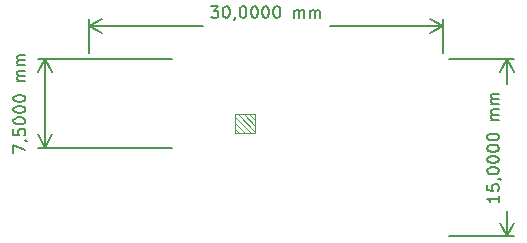
<source format=gbr>
G04 #@! TF.GenerationSoftware,KiCad,Pcbnew,5.99.0-unknown-c5e195bdff~131~ubuntu18.04.1*
G04 #@! TF.CreationDate,2021-08-10T19:15:15+02:00*
G04 #@! TF.ProjectId,TFASPDIMU02A,54464153-5044-4494-9d55-3032412e6b69,rev?*
G04 #@! TF.SameCoordinates,Original*
G04 #@! TF.FileFunction,OtherDrawing,Comment*
%FSLAX46Y46*%
G04 Gerber Fmt 4.6, Leading zero omitted, Abs format (unit mm)*
G04 Created by KiCad (PCBNEW 5.99.0-unknown-c5e195bdff~131~ubuntu18.04.1) date 2021-08-10 19:15:15*
%MOMM*%
%LPD*%
G01*
G04 APERTURE LIST*
%ADD10C,0.150000*%
%ADD11C,0.050000*%
G04 APERTURE END LIST*
D10*
X-6397619Y7059523D02*
X-6397619Y7726190D01*
X-5397619Y7297619D01*
X-5445238Y8154761D02*
X-5397619Y8154761D01*
X-5302380Y8107142D01*
X-5254761Y8059523D01*
X-6397619Y9059523D02*
X-6397619Y8583333D01*
X-5921428Y8535714D01*
X-5969047Y8583333D01*
X-6016666Y8678571D01*
X-6016666Y8916666D01*
X-5969047Y9011904D01*
X-5921428Y9059523D01*
X-5826190Y9107142D01*
X-5588095Y9107142D01*
X-5492857Y9059523D01*
X-5445238Y9011904D01*
X-5397619Y8916666D01*
X-5397619Y8678571D01*
X-5445238Y8583333D01*
X-5492857Y8535714D01*
X-6397619Y9726190D02*
X-6397619Y9821428D01*
X-6350000Y9916666D01*
X-6302380Y9964285D01*
X-6207142Y10011904D01*
X-6016666Y10059523D01*
X-5778571Y10059523D01*
X-5588095Y10011904D01*
X-5492857Y9964285D01*
X-5445238Y9916666D01*
X-5397619Y9821428D01*
X-5397619Y9726190D01*
X-5445238Y9630952D01*
X-5492857Y9583333D01*
X-5588095Y9535714D01*
X-5778571Y9488095D01*
X-6016666Y9488095D01*
X-6207142Y9535714D01*
X-6302380Y9583333D01*
X-6350000Y9630952D01*
X-6397619Y9726190D01*
X-6397619Y10678571D02*
X-6397619Y10773809D01*
X-6350000Y10869047D01*
X-6302380Y10916666D01*
X-6207142Y10964285D01*
X-6016666Y11011904D01*
X-5778571Y11011904D01*
X-5588095Y10964285D01*
X-5492857Y10916666D01*
X-5445238Y10869047D01*
X-5397619Y10773809D01*
X-5397619Y10678571D01*
X-5445238Y10583333D01*
X-5492857Y10535714D01*
X-5588095Y10488095D01*
X-5778571Y10440476D01*
X-6016666Y10440476D01*
X-6207142Y10488095D01*
X-6302380Y10535714D01*
X-6350000Y10583333D01*
X-6397619Y10678571D01*
X-6397619Y11630952D02*
X-6397619Y11726190D01*
X-6350000Y11821428D01*
X-6302380Y11869047D01*
X-6207142Y11916666D01*
X-6016666Y11964285D01*
X-5778571Y11964285D01*
X-5588095Y11916666D01*
X-5492857Y11869047D01*
X-5445238Y11821428D01*
X-5397619Y11726190D01*
X-5397619Y11630952D01*
X-5445238Y11535714D01*
X-5492857Y11488095D01*
X-5588095Y11440476D01*
X-5778571Y11392857D01*
X-6016666Y11392857D01*
X-6207142Y11440476D01*
X-6302380Y11488095D01*
X-6350000Y11535714D01*
X-6397619Y11630952D01*
X-5397619Y13154761D02*
X-6064285Y13154761D01*
X-5969047Y13154761D02*
X-6016666Y13202380D01*
X-6064285Y13297619D01*
X-6064285Y13440476D01*
X-6016666Y13535714D01*
X-5921428Y13583333D01*
X-5397619Y13583333D01*
X-5921428Y13583333D02*
X-6016666Y13630952D01*
X-6064285Y13726190D01*
X-6064285Y13869047D01*
X-6016666Y13964285D01*
X-5921428Y14011904D01*
X-5397619Y14011904D01*
X-5397619Y14488095D02*
X-6064285Y14488095D01*
X-5969047Y14488095D02*
X-6016666Y14535714D01*
X-6064285Y14630952D01*
X-6064285Y14773809D01*
X-6016666Y14869047D01*
X-5921428Y14916666D01*
X-5397619Y14916666D01*
X-5921428Y14916666D02*
X-6016666Y14964285D01*
X-6064285Y15059523D01*
X-6064285Y15202380D01*
X-6016666Y15297619D01*
X-5921428Y15345238D01*
X-5397619Y15345238D01*
X7050000Y7500000D02*
X-4286420Y7500000D01*
X7050000Y15000000D02*
X-4286420Y15000000D01*
X-3700000Y7500000D02*
X-3700000Y15000000D01*
X-3700000Y7500000D02*
X-3700000Y15000000D01*
X-3700000Y7500000D02*
X-3113579Y8626504D01*
X-3700000Y7500000D02*
X-4286421Y8626504D01*
X-3700000Y15000000D02*
X-4286421Y13873496D01*
X-3700000Y15000000D02*
X-3113579Y13873496D01*
X10333333Y19497619D02*
X10952380Y19497619D01*
X10619047Y19116666D01*
X10761904Y19116666D01*
X10857142Y19069047D01*
X10904761Y19021428D01*
X10952380Y18926190D01*
X10952380Y18688095D01*
X10904761Y18592857D01*
X10857142Y18545238D01*
X10761904Y18497619D01*
X10476190Y18497619D01*
X10380952Y18545238D01*
X10333333Y18592857D01*
X11571428Y19497619D02*
X11666666Y19497619D01*
X11761904Y19450000D01*
X11809523Y19402380D01*
X11857142Y19307142D01*
X11904761Y19116666D01*
X11904761Y18878571D01*
X11857142Y18688095D01*
X11809523Y18592857D01*
X11761904Y18545238D01*
X11666666Y18497619D01*
X11571428Y18497619D01*
X11476190Y18545238D01*
X11428571Y18592857D01*
X11380952Y18688095D01*
X11333333Y18878571D01*
X11333333Y19116666D01*
X11380952Y19307142D01*
X11428571Y19402380D01*
X11476190Y19450000D01*
X11571428Y19497619D01*
X12380952Y18545238D02*
X12380952Y18497619D01*
X12333333Y18402380D01*
X12285714Y18354761D01*
X13000000Y19497619D02*
X13095238Y19497619D01*
X13190476Y19450000D01*
X13238095Y19402380D01*
X13285714Y19307142D01*
X13333333Y19116666D01*
X13333333Y18878571D01*
X13285714Y18688095D01*
X13238095Y18592857D01*
X13190476Y18545238D01*
X13095238Y18497619D01*
X13000000Y18497619D01*
X12904761Y18545238D01*
X12857142Y18592857D01*
X12809523Y18688095D01*
X12761904Y18878571D01*
X12761904Y19116666D01*
X12809523Y19307142D01*
X12857142Y19402380D01*
X12904761Y19450000D01*
X13000000Y19497619D01*
X13952380Y19497619D02*
X14047619Y19497619D01*
X14142857Y19450000D01*
X14190476Y19402380D01*
X14238095Y19307142D01*
X14285714Y19116666D01*
X14285714Y18878571D01*
X14238095Y18688095D01*
X14190476Y18592857D01*
X14142857Y18545238D01*
X14047619Y18497619D01*
X13952380Y18497619D01*
X13857142Y18545238D01*
X13809523Y18592857D01*
X13761904Y18688095D01*
X13714285Y18878571D01*
X13714285Y19116666D01*
X13761904Y19307142D01*
X13809523Y19402380D01*
X13857142Y19450000D01*
X13952380Y19497619D01*
X14904761Y19497619D02*
X15000000Y19497619D01*
X15095238Y19450000D01*
X15142857Y19402380D01*
X15190476Y19307142D01*
X15238095Y19116666D01*
X15238095Y18878571D01*
X15190476Y18688095D01*
X15142857Y18592857D01*
X15095238Y18545238D01*
X15000000Y18497619D01*
X14904761Y18497619D01*
X14809523Y18545238D01*
X14761904Y18592857D01*
X14714285Y18688095D01*
X14666666Y18878571D01*
X14666666Y19116666D01*
X14714285Y19307142D01*
X14761904Y19402380D01*
X14809523Y19450000D01*
X14904761Y19497619D01*
X15857142Y19497619D02*
X15952380Y19497619D01*
X16047619Y19450000D01*
X16095238Y19402380D01*
X16142857Y19307142D01*
X16190476Y19116666D01*
X16190476Y18878571D01*
X16142857Y18688095D01*
X16095238Y18592857D01*
X16047619Y18545238D01*
X15952380Y18497619D01*
X15857142Y18497619D01*
X15761904Y18545238D01*
X15714285Y18592857D01*
X15666666Y18688095D01*
X15619047Y18878571D01*
X15619047Y19116666D01*
X15666666Y19307142D01*
X15714285Y19402380D01*
X15761904Y19450000D01*
X15857142Y19497619D01*
X17380952Y18497619D02*
X17380952Y19164285D01*
X17380952Y19069047D02*
X17428571Y19116666D01*
X17523809Y19164285D01*
X17666666Y19164285D01*
X17761904Y19116666D01*
X17809523Y19021428D01*
X17809523Y18497619D01*
X17809523Y19021428D02*
X17857142Y19116666D01*
X17952380Y19164285D01*
X18095238Y19164285D01*
X18190476Y19116666D01*
X18238095Y19021428D01*
X18238095Y18497619D01*
X18714285Y18497619D02*
X18714285Y19164285D01*
X18714285Y19069047D02*
X18761904Y19116666D01*
X18857142Y19164285D01*
X19000000Y19164285D01*
X19095238Y19116666D01*
X19142857Y19021428D01*
X19142857Y18497619D01*
X19142857Y19021428D02*
X19190476Y19116666D01*
X19285714Y19164285D01*
X19428571Y19164285D01*
X19523809Y19116666D01*
X19571428Y19021428D01*
X19571428Y18497619D01*
X0Y15500000D02*
X0Y18386420D01*
X30000000Y15500000D02*
X30000000Y18386420D01*
X0Y17800000D02*
X9615476Y17800000D01*
X20384524Y17800000D02*
X30000000Y17800000D01*
X0Y17800000D02*
X1126504Y17213579D01*
X0Y17800000D02*
X1126504Y18386421D01*
X30000000Y17800000D02*
X28873496Y18386421D01*
X30000000Y17800000D02*
X28873496Y17213579D01*
X34702380Y3452380D02*
X34702380Y2880952D01*
X34702380Y3166666D02*
X33702380Y3166666D01*
X33845238Y3071428D01*
X33940476Y2976190D01*
X33988095Y2880952D01*
X33702380Y4357142D02*
X33702380Y3880952D01*
X34178571Y3833333D01*
X34130952Y3880952D01*
X34083333Y3976190D01*
X34083333Y4214285D01*
X34130952Y4309523D01*
X34178571Y4357142D01*
X34273809Y4404761D01*
X34511904Y4404761D01*
X34607142Y4357142D01*
X34654761Y4309523D01*
X34702380Y4214285D01*
X34702380Y3976190D01*
X34654761Y3880952D01*
X34607142Y3833333D01*
X34654761Y4880952D02*
X34702380Y4880952D01*
X34797619Y4833333D01*
X34845238Y4785714D01*
X33702380Y5500000D02*
X33702380Y5595238D01*
X33750000Y5690476D01*
X33797619Y5738095D01*
X33892857Y5785714D01*
X34083333Y5833333D01*
X34321428Y5833333D01*
X34511904Y5785714D01*
X34607142Y5738095D01*
X34654761Y5690476D01*
X34702380Y5595238D01*
X34702380Y5500000D01*
X34654761Y5404761D01*
X34607142Y5357142D01*
X34511904Y5309523D01*
X34321428Y5261904D01*
X34083333Y5261904D01*
X33892857Y5309523D01*
X33797619Y5357142D01*
X33750000Y5404761D01*
X33702380Y5500000D01*
X33702380Y6452380D02*
X33702380Y6547619D01*
X33750000Y6642857D01*
X33797619Y6690476D01*
X33892857Y6738095D01*
X34083333Y6785714D01*
X34321428Y6785714D01*
X34511904Y6738095D01*
X34607142Y6690476D01*
X34654761Y6642857D01*
X34702380Y6547619D01*
X34702380Y6452380D01*
X34654761Y6357142D01*
X34607142Y6309523D01*
X34511904Y6261904D01*
X34321428Y6214285D01*
X34083333Y6214285D01*
X33892857Y6261904D01*
X33797619Y6309523D01*
X33750000Y6357142D01*
X33702380Y6452380D01*
X33702380Y7404761D02*
X33702380Y7500000D01*
X33750000Y7595238D01*
X33797619Y7642857D01*
X33892857Y7690476D01*
X34083333Y7738095D01*
X34321428Y7738095D01*
X34511904Y7690476D01*
X34607142Y7642857D01*
X34654761Y7595238D01*
X34702380Y7500000D01*
X34702380Y7404761D01*
X34654761Y7309523D01*
X34607142Y7261904D01*
X34511904Y7214285D01*
X34321428Y7166666D01*
X34083333Y7166666D01*
X33892857Y7214285D01*
X33797619Y7261904D01*
X33750000Y7309523D01*
X33702380Y7404761D01*
X33702380Y8357142D02*
X33702380Y8452380D01*
X33750000Y8547619D01*
X33797619Y8595238D01*
X33892857Y8642857D01*
X34083333Y8690476D01*
X34321428Y8690476D01*
X34511904Y8642857D01*
X34607142Y8595238D01*
X34654761Y8547619D01*
X34702380Y8452380D01*
X34702380Y8357142D01*
X34654761Y8261904D01*
X34607142Y8214285D01*
X34511904Y8166666D01*
X34321428Y8119047D01*
X34083333Y8119047D01*
X33892857Y8166666D01*
X33797619Y8214285D01*
X33750000Y8261904D01*
X33702380Y8357142D01*
X34702380Y9880952D02*
X34035714Y9880952D01*
X34130952Y9880952D02*
X34083333Y9928571D01*
X34035714Y10023809D01*
X34035714Y10166666D01*
X34083333Y10261904D01*
X34178571Y10309523D01*
X34702380Y10309523D01*
X34178571Y10309523D02*
X34083333Y10357142D01*
X34035714Y10452380D01*
X34035714Y10595238D01*
X34083333Y10690476D01*
X34178571Y10738095D01*
X34702380Y10738095D01*
X34702380Y11214285D02*
X34035714Y11214285D01*
X34130952Y11214285D02*
X34083333Y11261904D01*
X34035714Y11357142D01*
X34035714Y11500000D01*
X34083333Y11595238D01*
X34178571Y11642857D01*
X34702380Y11642857D01*
X34178571Y11642857D02*
X34083333Y11690476D01*
X34035714Y11785714D01*
X34035714Y11928571D01*
X34083333Y12023809D01*
X34178571Y12071428D01*
X34702380Y12071428D01*
X30500000Y0D02*
X35986420Y0D01*
X30500000Y15000000D02*
X35986420Y15000000D01*
X35400000Y0D02*
X35400000Y2115476D01*
X35400000Y12884524D02*
X35400000Y15000000D01*
X35400000Y0D02*
X35986421Y1126504D01*
X35400000Y0D02*
X34813579Y1126504D01*
X35400000Y15000000D02*
X34813579Y13873496D01*
X35400000Y15000000D02*
X35986421Y13873496D01*
D11*
X12673000Y8730000D02*
X12333000Y9070000D01*
X13673000Y8730000D02*
X12333000Y10070000D01*
X14083000Y8820000D02*
X12583000Y10320000D01*
X12333000Y8730000D02*
X14083000Y8730000D01*
X14083000Y8730000D02*
X14083000Y10320000D01*
X12333000Y10320000D02*
X14083000Y10320000D01*
X13173000Y8730000D02*
X12333000Y9570000D01*
X14083000Y9320000D02*
X13083000Y10320000D01*
X12333000Y8730000D02*
X12333000Y10320000D01*
X14083000Y9820000D02*
X13583000Y10320000D01*
M02*

</source>
